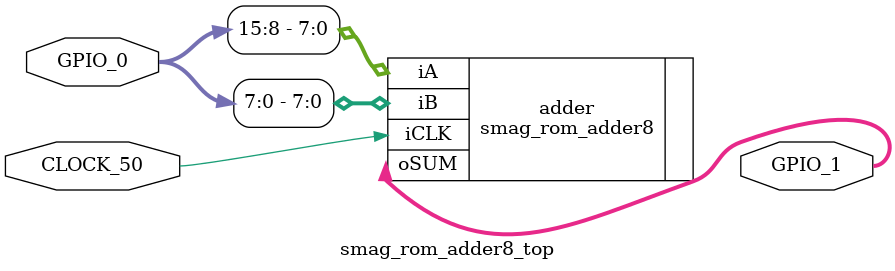
<source format=v>

module smag_rom_adder8_top
	(
		input wire CLOCK_50,
		input wire [15:0] GPIO_0,
		output wire [7:0] GPIO_1
	);

	smag_rom_adder8 adder
		(.iCLK(CLOCK_50), 
		 .iA(GPIO_0[15:8]), .iB(GPIO_0[7:0]),
		 .oSUM(GPIO_1[7:0]));
endmodule

</source>
